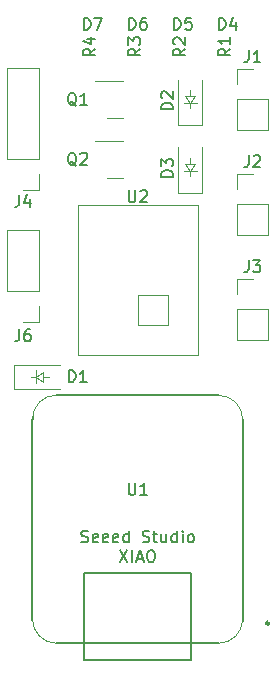
<source format=gbr>
%TF.GenerationSoftware,KiCad,Pcbnew,7.0.9*%
%TF.CreationDate,2025-03-23T17:44:29-04:00*%
%TF.ProjectId,Compact_Control,436f6d70-6163-4745-9f43-6f6e74726f6c,rev?*%
%TF.SameCoordinates,Original*%
%TF.FileFunction,Legend,Top*%
%TF.FilePolarity,Positive*%
%FSLAX46Y46*%
G04 Gerber Fmt 4.6, Leading zero omitted, Abs format (unit mm)*
G04 Created by KiCad (PCBNEW 7.0.9) date 2025-03-23 17:44:29*
%MOMM*%
%LPD*%
G01*
G04 APERTURE LIST*
%ADD10C,0.150000*%
%ADD11C,0.127000*%
%ADD12C,0.120000*%
%ADD13C,0.254000*%
%ADD14C,0.025400*%
%ADD15C,0.100000*%
G04 APERTURE END LIST*
D10*
X11730833Y-41141779D02*
X11730833Y-41951302D01*
X11730833Y-41951302D02*
X11778452Y-42046540D01*
X11778452Y-42046540D02*
X11826071Y-42094160D01*
X11826071Y-42094160D02*
X11921309Y-42141779D01*
X11921309Y-42141779D02*
X12111785Y-42141779D01*
X12111785Y-42141779D02*
X12207023Y-42094160D01*
X12207023Y-42094160D02*
X12254642Y-42046540D01*
X12254642Y-42046540D02*
X12302261Y-41951302D01*
X12302261Y-41951302D02*
X12302261Y-41141779D01*
X13302261Y-42141779D02*
X12730833Y-42141779D01*
X13016547Y-42141779D02*
X13016547Y-41141779D01*
X13016547Y-41141779D02*
X12921309Y-41284636D01*
X12921309Y-41284636D02*
X12826071Y-41379874D01*
X12826071Y-41379874D02*
X12730833Y-41427493D01*
X7730833Y-46134160D02*
X7873690Y-46181779D01*
X7873690Y-46181779D02*
X8111785Y-46181779D01*
X8111785Y-46181779D02*
X8207023Y-46134160D01*
X8207023Y-46134160D02*
X8254642Y-46086540D01*
X8254642Y-46086540D02*
X8302261Y-45991302D01*
X8302261Y-45991302D02*
X8302261Y-45896064D01*
X8302261Y-45896064D02*
X8254642Y-45800826D01*
X8254642Y-45800826D02*
X8207023Y-45753207D01*
X8207023Y-45753207D02*
X8111785Y-45705588D01*
X8111785Y-45705588D02*
X7921309Y-45657969D01*
X7921309Y-45657969D02*
X7826071Y-45610350D01*
X7826071Y-45610350D02*
X7778452Y-45562731D01*
X7778452Y-45562731D02*
X7730833Y-45467493D01*
X7730833Y-45467493D02*
X7730833Y-45372255D01*
X7730833Y-45372255D02*
X7778452Y-45277017D01*
X7778452Y-45277017D02*
X7826071Y-45229398D01*
X7826071Y-45229398D02*
X7921309Y-45181779D01*
X7921309Y-45181779D02*
X8159404Y-45181779D01*
X8159404Y-45181779D02*
X8302261Y-45229398D01*
X9111785Y-46134160D02*
X9016547Y-46181779D01*
X9016547Y-46181779D02*
X8826071Y-46181779D01*
X8826071Y-46181779D02*
X8730833Y-46134160D01*
X8730833Y-46134160D02*
X8683214Y-46038921D01*
X8683214Y-46038921D02*
X8683214Y-45657969D01*
X8683214Y-45657969D02*
X8730833Y-45562731D01*
X8730833Y-45562731D02*
X8826071Y-45515112D01*
X8826071Y-45515112D02*
X9016547Y-45515112D01*
X9016547Y-45515112D02*
X9111785Y-45562731D01*
X9111785Y-45562731D02*
X9159404Y-45657969D01*
X9159404Y-45657969D02*
X9159404Y-45753207D01*
X9159404Y-45753207D02*
X8683214Y-45848445D01*
X9968928Y-46134160D02*
X9873690Y-46181779D01*
X9873690Y-46181779D02*
X9683214Y-46181779D01*
X9683214Y-46181779D02*
X9587976Y-46134160D01*
X9587976Y-46134160D02*
X9540357Y-46038921D01*
X9540357Y-46038921D02*
X9540357Y-45657969D01*
X9540357Y-45657969D02*
X9587976Y-45562731D01*
X9587976Y-45562731D02*
X9683214Y-45515112D01*
X9683214Y-45515112D02*
X9873690Y-45515112D01*
X9873690Y-45515112D02*
X9968928Y-45562731D01*
X9968928Y-45562731D02*
X10016547Y-45657969D01*
X10016547Y-45657969D02*
X10016547Y-45753207D01*
X10016547Y-45753207D02*
X9540357Y-45848445D01*
X10826071Y-46134160D02*
X10730833Y-46181779D01*
X10730833Y-46181779D02*
X10540357Y-46181779D01*
X10540357Y-46181779D02*
X10445119Y-46134160D01*
X10445119Y-46134160D02*
X10397500Y-46038921D01*
X10397500Y-46038921D02*
X10397500Y-45657969D01*
X10397500Y-45657969D02*
X10445119Y-45562731D01*
X10445119Y-45562731D02*
X10540357Y-45515112D01*
X10540357Y-45515112D02*
X10730833Y-45515112D01*
X10730833Y-45515112D02*
X10826071Y-45562731D01*
X10826071Y-45562731D02*
X10873690Y-45657969D01*
X10873690Y-45657969D02*
X10873690Y-45753207D01*
X10873690Y-45753207D02*
X10397500Y-45848445D01*
X11730833Y-46181779D02*
X11730833Y-45181779D01*
X11730833Y-46134160D02*
X11635595Y-46181779D01*
X11635595Y-46181779D02*
X11445119Y-46181779D01*
X11445119Y-46181779D02*
X11349881Y-46134160D01*
X11349881Y-46134160D02*
X11302262Y-46086540D01*
X11302262Y-46086540D02*
X11254643Y-45991302D01*
X11254643Y-45991302D02*
X11254643Y-45705588D01*
X11254643Y-45705588D02*
X11302262Y-45610350D01*
X11302262Y-45610350D02*
X11349881Y-45562731D01*
X11349881Y-45562731D02*
X11445119Y-45515112D01*
X11445119Y-45515112D02*
X11635595Y-45515112D01*
X11635595Y-45515112D02*
X11730833Y-45562731D01*
X12921310Y-46134160D02*
X13064167Y-46181779D01*
X13064167Y-46181779D02*
X13302262Y-46181779D01*
X13302262Y-46181779D02*
X13397500Y-46134160D01*
X13397500Y-46134160D02*
X13445119Y-46086540D01*
X13445119Y-46086540D02*
X13492738Y-45991302D01*
X13492738Y-45991302D02*
X13492738Y-45896064D01*
X13492738Y-45896064D02*
X13445119Y-45800826D01*
X13445119Y-45800826D02*
X13397500Y-45753207D01*
X13397500Y-45753207D02*
X13302262Y-45705588D01*
X13302262Y-45705588D02*
X13111786Y-45657969D01*
X13111786Y-45657969D02*
X13016548Y-45610350D01*
X13016548Y-45610350D02*
X12968929Y-45562731D01*
X12968929Y-45562731D02*
X12921310Y-45467493D01*
X12921310Y-45467493D02*
X12921310Y-45372255D01*
X12921310Y-45372255D02*
X12968929Y-45277017D01*
X12968929Y-45277017D02*
X13016548Y-45229398D01*
X13016548Y-45229398D02*
X13111786Y-45181779D01*
X13111786Y-45181779D02*
X13349881Y-45181779D01*
X13349881Y-45181779D02*
X13492738Y-45229398D01*
X13778453Y-45515112D02*
X14159405Y-45515112D01*
X13921310Y-45181779D02*
X13921310Y-46038921D01*
X13921310Y-46038921D02*
X13968929Y-46134160D01*
X13968929Y-46134160D02*
X14064167Y-46181779D01*
X14064167Y-46181779D02*
X14159405Y-46181779D01*
X14921310Y-45515112D02*
X14921310Y-46181779D01*
X14492739Y-45515112D02*
X14492739Y-46038921D01*
X14492739Y-46038921D02*
X14540358Y-46134160D01*
X14540358Y-46134160D02*
X14635596Y-46181779D01*
X14635596Y-46181779D02*
X14778453Y-46181779D01*
X14778453Y-46181779D02*
X14873691Y-46134160D01*
X14873691Y-46134160D02*
X14921310Y-46086540D01*
X15826072Y-46181779D02*
X15826072Y-45181779D01*
X15826072Y-46134160D02*
X15730834Y-46181779D01*
X15730834Y-46181779D02*
X15540358Y-46181779D01*
X15540358Y-46181779D02*
X15445120Y-46134160D01*
X15445120Y-46134160D02*
X15397501Y-46086540D01*
X15397501Y-46086540D02*
X15349882Y-45991302D01*
X15349882Y-45991302D02*
X15349882Y-45705588D01*
X15349882Y-45705588D02*
X15397501Y-45610350D01*
X15397501Y-45610350D02*
X15445120Y-45562731D01*
X15445120Y-45562731D02*
X15540358Y-45515112D01*
X15540358Y-45515112D02*
X15730834Y-45515112D01*
X15730834Y-45515112D02*
X15826072Y-45562731D01*
X16302263Y-46181779D02*
X16302263Y-45515112D01*
X16302263Y-45181779D02*
X16254644Y-45229398D01*
X16254644Y-45229398D02*
X16302263Y-45277017D01*
X16302263Y-45277017D02*
X16349882Y-45229398D01*
X16349882Y-45229398D02*
X16302263Y-45181779D01*
X16302263Y-45181779D02*
X16302263Y-45277017D01*
X16921310Y-46181779D02*
X16826072Y-46134160D01*
X16826072Y-46134160D02*
X16778453Y-46086540D01*
X16778453Y-46086540D02*
X16730834Y-45991302D01*
X16730834Y-45991302D02*
X16730834Y-45705588D01*
X16730834Y-45705588D02*
X16778453Y-45610350D01*
X16778453Y-45610350D02*
X16826072Y-45562731D01*
X16826072Y-45562731D02*
X16921310Y-45515112D01*
X16921310Y-45515112D02*
X17064167Y-45515112D01*
X17064167Y-45515112D02*
X17159405Y-45562731D01*
X17159405Y-45562731D02*
X17207024Y-45610350D01*
X17207024Y-45610350D02*
X17254643Y-45705588D01*
X17254643Y-45705588D02*
X17254643Y-45991302D01*
X17254643Y-45991302D02*
X17207024Y-46086540D01*
X17207024Y-46086540D02*
X17159405Y-46134160D01*
X17159405Y-46134160D02*
X17064167Y-46181779D01*
X17064167Y-46181779D02*
X16921310Y-46181779D01*
X10963929Y-46856779D02*
X11630595Y-47856779D01*
X11630595Y-46856779D02*
X10963929Y-47856779D01*
X12011548Y-47856779D02*
X12011548Y-46856779D01*
X12440119Y-47571064D02*
X12916309Y-47571064D01*
X12344881Y-47856779D02*
X12678214Y-46856779D01*
X12678214Y-46856779D02*
X13011547Y-47856779D01*
X13535357Y-46856779D02*
X13725833Y-46856779D01*
X13725833Y-46856779D02*
X13821071Y-46904398D01*
X13821071Y-46904398D02*
X13916309Y-46999636D01*
X13916309Y-46999636D02*
X13963928Y-47190112D01*
X13963928Y-47190112D02*
X13963928Y-47523445D01*
X13963928Y-47523445D02*
X13916309Y-47713921D01*
X13916309Y-47713921D02*
X13821071Y-47809160D01*
X13821071Y-47809160D02*
X13725833Y-47856779D01*
X13725833Y-47856779D02*
X13535357Y-47856779D01*
X13535357Y-47856779D02*
X13440119Y-47809160D01*
X13440119Y-47809160D02*
X13344881Y-47713921D01*
X13344881Y-47713921D02*
X13297262Y-47523445D01*
X13297262Y-47523445D02*
X13297262Y-47190112D01*
X13297262Y-47190112D02*
X13344881Y-46999636D01*
X13344881Y-46999636D02*
X13440119Y-46904398D01*
X13440119Y-46904398D02*
X13535357Y-46856779D01*
X11749643Y-2771779D02*
X11749643Y-1771779D01*
X11749643Y-1771779D02*
X11987738Y-1771779D01*
X11987738Y-1771779D02*
X12130595Y-1819398D01*
X12130595Y-1819398D02*
X12225833Y-1914636D01*
X12225833Y-1914636D02*
X12273452Y-2009874D01*
X12273452Y-2009874D02*
X12321071Y-2200350D01*
X12321071Y-2200350D02*
X12321071Y-2343207D01*
X12321071Y-2343207D02*
X12273452Y-2533683D01*
X12273452Y-2533683D02*
X12225833Y-2628921D01*
X12225833Y-2628921D02*
X12130595Y-2724160D01*
X12130595Y-2724160D02*
X11987738Y-2771779D01*
X11987738Y-2771779D02*
X11749643Y-2771779D01*
X13178214Y-1771779D02*
X12987738Y-1771779D01*
X12987738Y-1771779D02*
X12892500Y-1819398D01*
X12892500Y-1819398D02*
X12844881Y-1867017D01*
X12844881Y-1867017D02*
X12749643Y-2009874D01*
X12749643Y-2009874D02*
X12702024Y-2200350D01*
X12702024Y-2200350D02*
X12702024Y-2581302D01*
X12702024Y-2581302D02*
X12749643Y-2676540D01*
X12749643Y-2676540D02*
X12797262Y-2724160D01*
X12797262Y-2724160D02*
X12892500Y-2771779D01*
X12892500Y-2771779D02*
X13082976Y-2771779D01*
X13082976Y-2771779D02*
X13178214Y-2724160D01*
X13178214Y-2724160D02*
X13225833Y-2676540D01*
X13225833Y-2676540D02*
X13273452Y-2581302D01*
X13273452Y-2581302D02*
X13273452Y-2343207D01*
X13273452Y-2343207D02*
X13225833Y-2247969D01*
X13225833Y-2247969D02*
X13178214Y-2200350D01*
X13178214Y-2200350D02*
X13082976Y-2152731D01*
X13082976Y-2152731D02*
X12892500Y-2152731D01*
X12892500Y-2152731D02*
X12797262Y-2200350D01*
X12797262Y-2200350D02*
X12749643Y-2247969D01*
X12749643Y-2247969D02*
X12702024Y-2343207D01*
X2460666Y-28156819D02*
X2460666Y-28871104D01*
X2460666Y-28871104D02*
X2413047Y-29013961D01*
X2413047Y-29013961D02*
X2317809Y-29109200D01*
X2317809Y-29109200D02*
X2174952Y-29156819D01*
X2174952Y-29156819D02*
X2079714Y-29156819D01*
X3365428Y-28156819D02*
X3174952Y-28156819D01*
X3174952Y-28156819D02*
X3079714Y-28204438D01*
X3079714Y-28204438D02*
X3032095Y-28252057D01*
X3032095Y-28252057D02*
X2936857Y-28394914D01*
X2936857Y-28394914D02*
X2889238Y-28585390D01*
X2889238Y-28585390D02*
X2889238Y-28966342D01*
X2889238Y-28966342D02*
X2936857Y-29061580D01*
X2936857Y-29061580D02*
X2984476Y-29109200D01*
X2984476Y-29109200D02*
X3079714Y-29156819D01*
X3079714Y-29156819D02*
X3270190Y-29156819D01*
X3270190Y-29156819D02*
X3365428Y-29109200D01*
X3365428Y-29109200D02*
X3413047Y-29061580D01*
X3413047Y-29061580D02*
X3460666Y-28966342D01*
X3460666Y-28966342D02*
X3460666Y-28728247D01*
X3460666Y-28728247D02*
X3413047Y-28633009D01*
X3413047Y-28633009D02*
X3365428Y-28585390D01*
X3365428Y-28585390D02*
X3270190Y-28537771D01*
X3270190Y-28537771D02*
X3079714Y-28537771D01*
X3079714Y-28537771D02*
X2984476Y-28585390D01*
X2984476Y-28585390D02*
X2936857Y-28633009D01*
X2936857Y-28633009D02*
X2889238Y-28728247D01*
X19369643Y-2771779D02*
X19369643Y-1771779D01*
X19369643Y-1771779D02*
X19607738Y-1771779D01*
X19607738Y-1771779D02*
X19750595Y-1819398D01*
X19750595Y-1819398D02*
X19845833Y-1914636D01*
X19845833Y-1914636D02*
X19893452Y-2009874D01*
X19893452Y-2009874D02*
X19941071Y-2200350D01*
X19941071Y-2200350D02*
X19941071Y-2343207D01*
X19941071Y-2343207D02*
X19893452Y-2533683D01*
X19893452Y-2533683D02*
X19845833Y-2628921D01*
X19845833Y-2628921D02*
X19750595Y-2724160D01*
X19750595Y-2724160D02*
X19607738Y-2771779D01*
X19607738Y-2771779D02*
X19369643Y-2771779D01*
X20798214Y-2105112D02*
X20798214Y-2771779D01*
X20560119Y-1724160D02*
X20322024Y-2438445D01*
X20322024Y-2438445D02*
X20941071Y-2438445D01*
X7312499Y-14297017D02*
X7217261Y-14249398D01*
X7217261Y-14249398D02*
X7122023Y-14154160D01*
X7122023Y-14154160D02*
X6979166Y-14011302D01*
X6979166Y-14011302D02*
X6883928Y-13963683D01*
X6883928Y-13963683D02*
X6788690Y-13963683D01*
X6836309Y-14201779D02*
X6741071Y-14154160D01*
X6741071Y-14154160D02*
X6645833Y-14058921D01*
X6645833Y-14058921D02*
X6598214Y-13868445D01*
X6598214Y-13868445D02*
X6598214Y-13535112D01*
X6598214Y-13535112D02*
X6645833Y-13344636D01*
X6645833Y-13344636D02*
X6741071Y-13249398D01*
X6741071Y-13249398D02*
X6836309Y-13201779D01*
X6836309Y-13201779D02*
X7026785Y-13201779D01*
X7026785Y-13201779D02*
X7122023Y-13249398D01*
X7122023Y-13249398D02*
X7217261Y-13344636D01*
X7217261Y-13344636D02*
X7264880Y-13535112D01*
X7264880Y-13535112D02*
X7264880Y-13868445D01*
X7264880Y-13868445D02*
X7217261Y-14058921D01*
X7217261Y-14058921D02*
X7122023Y-14154160D01*
X7122023Y-14154160D02*
X7026785Y-14201779D01*
X7026785Y-14201779D02*
X6836309Y-14201779D01*
X7645833Y-13297017D02*
X7693452Y-13249398D01*
X7693452Y-13249398D02*
X7788690Y-13201779D01*
X7788690Y-13201779D02*
X8026785Y-13201779D01*
X8026785Y-13201779D02*
X8122023Y-13249398D01*
X8122023Y-13249398D02*
X8169642Y-13297017D01*
X8169642Y-13297017D02*
X8217261Y-13392255D01*
X8217261Y-13392255D02*
X8217261Y-13487493D01*
X8217261Y-13487493D02*
X8169642Y-13630350D01*
X8169642Y-13630350D02*
X7598214Y-14201779D01*
X7598214Y-14201779D02*
X8217261Y-14201779D01*
X2460666Y-16770819D02*
X2460666Y-17485104D01*
X2460666Y-17485104D02*
X2413047Y-17627961D01*
X2413047Y-17627961D02*
X2317809Y-17723200D01*
X2317809Y-17723200D02*
X2174952Y-17770819D01*
X2174952Y-17770819D02*
X2079714Y-17770819D01*
X3365428Y-17104152D02*
X3365428Y-17770819D01*
X3127333Y-16723200D02*
X2889238Y-17437485D01*
X2889238Y-17437485D02*
X3508285Y-17437485D01*
X21891666Y-22301779D02*
X21891666Y-23016064D01*
X21891666Y-23016064D02*
X21844047Y-23158921D01*
X21844047Y-23158921D02*
X21748809Y-23254160D01*
X21748809Y-23254160D02*
X21605952Y-23301779D01*
X21605952Y-23301779D02*
X21510714Y-23301779D01*
X22272619Y-22301779D02*
X22891666Y-22301779D01*
X22891666Y-22301779D02*
X22558333Y-22682731D01*
X22558333Y-22682731D02*
X22701190Y-22682731D01*
X22701190Y-22682731D02*
X22796428Y-22730350D01*
X22796428Y-22730350D02*
X22844047Y-22777969D01*
X22844047Y-22777969D02*
X22891666Y-22873207D01*
X22891666Y-22873207D02*
X22891666Y-23111302D01*
X22891666Y-23111302D02*
X22844047Y-23206540D01*
X22844047Y-23206540D02*
X22796428Y-23254160D01*
X22796428Y-23254160D02*
X22701190Y-23301779D01*
X22701190Y-23301779D02*
X22415476Y-23301779D01*
X22415476Y-23301779D02*
X22320238Y-23254160D01*
X22320238Y-23254160D02*
X22272619Y-23206540D01*
X21891666Y-4521779D02*
X21891666Y-5236064D01*
X21891666Y-5236064D02*
X21844047Y-5378921D01*
X21844047Y-5378921D02*
X21748809Y-5474160D01*
X21748809Y-5474160D02*
X21605952Y-5521779D01*
X21605952Y-5521779D02*
X21510714Y-5521779D01*
X22891666Y-5521779D02*
X22320238Y-5521779D01*
X22605952Y-5521779D02*
X22605952Y-4521779D01*
X22605952Y-4521779D02*
X22510714Y-4664636D01*
X22510714Y-4664636D02*
X22415476Y-4759874D01*
X22415476Y-4759874D02*
X22320238Y-4807493D01*
X8912557Y-4388626D02*
X8436366Y-4721959D01*
X8912557Y-4960054D02*
X7912557Y-4960054D01*
X7912557Y-4960054D02*
X7912557Y-4579102D01*
X7912557Y-4579102D02*
X7960176Y-4483864D01*
X7960176Y-4483864D02*
X8007795Y-4436245D01*
X8007795Y-4436245D02*
X8103033Y-4388626D01*
X8103033Y-4388626D02*
X8245890Y-4388626D01*
X8245890Y-4388626D02*
X8341128Y-4436245D01*
X8341128Y-4436245D02*
X8388747Y-4483864D01*
X8388747Y-4483864D02*
X8436366Y-4579102D01*
X8436366Y-4579102D02*
X8436366Y-4960054D01*
X8245890Y-3531483D02*
X8912557Y-3531483D01*
X7864938Y-3769578D02*
X8579223Y-4007673D01*
X8579223Y-4007673D02*
X8579223Y-3388626D01*
X7312499Y-9217017D02*
X7217261Y-9169398D01*
X7217261Y-9169398D02*
X7122023Y-9074160D01*
X7122023Y-9074160D02*
X6979166Y-8931302D01*
X6979166Y-8931302D02*
X6883928Y-8883683D01*
X6883928Y-8883683D02*
X6788690Y-8883683D01*
X6836309Y-9121779D02*
X6741071Y-9074160D01*
X6741071Y-9074160D02*
X6645833Y-8978921D01*
X6645833Y-8978921D02*
X6598214Y-8788445D01*
X6598214Y-8788445D02*
X6598214Y-8455112D01*
X6598214Y-8455112D02*
X6645833Y-8264636D01*
X6645833Y-8264636D02*
X6741071Y-8169398D01*
X6741071Y-8169398D02*
X6836309Y-8121779D01*
X6836309Y-8121779D02*
X7026785Y-8121779D01*
X7026785Y-8121779D02*
X7122023Y-8169398D01*
X7122023Y-8169398D02*
X7217261Y-8264636D01*
X7217261Y-8264636D02*
X7264880Y-8455112D01*
X7264880Y-8455112D02*
X7264880Y-8788445D01*
X7264880Y-8788445D02*
X7217261Y-8978921D01*
X7217261Y-8978921D02*
X7122023Y-9074160D01*
X7122023Y-9074160D02*
X7026785Y-9121779D01*
X7026785Y-9121779D02*
X6836309Y-9121779D01*
X8217261Y-9121779D02*
X7645833Y-9121779D01*
X7931547Y-9121779D02*
X7931547Y-8121779D01*
X7931547Y-8121779D02*
X7836309Y-8264636D01*
X7836309Y-8264636D02*
X7741071Y-8359874D01*
X7741071Y-8359874D02*
X7645833Y-8407493D01*
X11725833Y-16376779D02*
X11725833Y-17186302D01*
X11725833Y-17186302D02*
X11773452Y-17281540D01*
X11773452Y-17281540D02*
X11821071Y-17329160D01*
X11821071Y-17329160D02*
X11916309Y-17376779D01*
X11916309Y-17376779D02*
X12106785Y-17376779D01*
X12106785Y-17376779D02*
X12202023Y-17329160D01*
X12202023Y-17329160D02*
X12249642Y-17281540D01*
X12249642Y-17281540D02*
X12297261Y-17186302D01*
X12297261Y-17186302D02*
X12297261Y-16376779D01*
X12725833Y-16472017D02*
X12773452Y-16424398D01*
X12773452Y-16424398D02*
X12868690Y-16376779D01*
X12868690Y-16376779D02*
X13106785Y-16376779D01*
X13106785Y-16376779D02*
X13202023Y-16424398D01*
X13202023Y-16424398D02*
X13249642Y-16472017D01*
X13249642Y-16472017D02*
X13297261Y-16567255D01*
X13297261Y-16567255D02*
X13297261Y-16662493D01*
X13297261Y-16662493D02*
X13249642Y-16805350D01*
X13249642Y-16805350D02*
X12678214Y-17376779D01*
X12678214Y-17376779D02*
X13297261Y-17376779D01*
X20342557Y-4388626D02*
X19866366Y-4721959D01*
X20342557Y-4960054D02*
X19342557Y-4960054D01*
X19342557Y-4960054D02*
X19342557Y-4579102D01*
X19342557Y-4579102D02*
X19390176Y-4483864D01*
X19390176Y-4483864D02*
X19437795Y-4436245D01*
X19437795Y-4436245D02*
X19533033Y-4388626D01*
X19533033Y-4388626D02*
X19675890Y-4388626D01*
X19675890Y-4388626D02*
X19771128Y-4436245D01*
X19771128Y-4436245D02*
X19818747Y-4483864D01*
X19818747Y-4483864D02*
X19866366Y-4579102D01*
X19866366Y-4579102D02*
X19866366Y-4960054D01*
X20342557Y-3436245D02*
X20342557Y-4007673D01*
X20342557Y-3721959D02*
X19342557Y-3721959D01*
X19342557Y-3721959D02*
X19485414Y-3817197D01*
X19485414Y-3817197D02*
X19580652Y-3912435D01*
X19580652Y-3912435D02*
X19628271Y-4007673D01*
X6669643Y-32616779D02*
X6669643Y-31616779D01*
X6669643Y-31616779D02*
X6907738Y-31616779D01*
X6907738Y-31616779D02*
X7050595Y-31664398D01*
X7050595Y-31664398D02*
X7145833Y-31759636D01*
X7145833Y-31759636D02*
X7193452Y-31854874D01*
X7193452Y-31854874D02*
X7241071Y-32045350D01*
X7241071Y-32045350D02*
X7241071Y-32188207D01*
X7241071Y-32188207D02*
X7193452Y-32378683D01*
X7193452Y-32378683D02*
X7145833Y-32473921D01*
X7145833Y-32473921D02*
X7050595Y-32569160D01*
X7050595Y-32569160D02*
X6907738Y-32616779D01*
X6907738Y-32616779D02*
X6669643Y-32616779D01*
X8193452Y-32616779D02*
X7622024Y-32616779D01*
X7907738Y-32616779D02*
X7907738Y-31616779D01*
X7907738Y-31616779D02*
X7812500Y-31759636D01*
X7812500Y-31759636D02*
X7717262Y-31854874D01*
X7717262Y-31854874D02*
X7622024Y-31902493D01*
X12722557Y-4388626D02*
X12246366Y-4721959D01*
X12722557Y-4960054D02*
X11722557Y-4960054D01*
X11722557Y-4960054D02*
X11722557Y-4579102D01*
X11722557Y-4579102D02*
X11770176Y-4483864D01*
X11770176Y-4483864D02*
X11817795Y-4436245D01*
X11817795Y-4436245D02*
X11913033Y-4388626D01*
X11913033Y-4388626D02*
X12055890Y-4388626D01*
X12055890Y-4388626D02*
X12151128Y-4436245D01*
X12151128Y-4436245D02*
X12198747Y-4483864D01*
X12198747Y-4483864D02*
X12246366Y-4579102D01*
X12246366Y-4579102D02*
X12246366Y-4960054D01*
X11722557Y-4055292D02*
X11722557Y-3436245D01*
X11722557Y-3436245D02*
X12103509Y-3769578D01*
X12103509Y-3769578D02*
X12103509Y-3626721D01*
X12103509Y-3626721D02*
X12151128Y-3531483D01*
X12151128Y-3531483D02*
X12198747Y-3483864D01*
X12198747Y-3483864D02*
X12293985Y-3436245D01*
X12293985Y-3436245D02*
X12532080Y-3436245D01*
X12532080Y-3436245D02*
X12627318Y-3483864D01*
X12627318Y-3483864D02*
X12674938Y-3531483D01*
X12674938Y-3531483D02*
X12722557Y-3626721D01*
X12722557Y-3626721D02*
X12722557Y-3912435D01*
X12722557Y-3912435D02*
X12674938Y-4007673D01*
X12674938Y-4007673D02*
X12627318Y-4055292D01*
X15482557Y-9532054D02*
X14482557Y-9532054D01*
X14482557Y-9532054D02*
X14482557Y-9293959D01*
X14482557Y-9293959D02*
X14530176Y-9151102D01*
X14530176Y-9151102D02*
X14625414Y-9055864D01*
X14625414Y-9055864D02*
X14720652Y-9008245D01*
X14720652Y-9008245D02*
X14911128Y-8960626D01*
X14911128Y-8960626D02*
X15053985Y-8960626D01*
X15053985Y-8960626D02*
X15244461Y-9008245D01*
X15244461Y-9008245D02*
X15339699Y-9055864D01*
X15339699Y-9055864D02*
X15434938Y-9151102D01*
X15434938Y-9151102D02*
X15482557Y-9293959D01*
X15482557Y-9293959D02*
X15482557Y-9532054D01*
X14577795Y-8579673D02*
X14530176Y-8532054D01*
X14530176Y-8532054D02*
X14482557Y-8436816D01*
X14482557Y-8436816D02*
X14482557Y-8198721D01*
X14482557Y-8198721D02*
X14530176Y-8103483D01*
X14530176Y-8103483D02*
X14577795Y-8055864D01*
X14577795Y-8055864D02*
X14673033Y-8008245D01*
X14673033Y-8008245D02*
X14768271Y-8008245D01*
X14768271Y-8008245D02*
X14911128Y-8055864D01*
X14911128Y-8055864D02*
X15482557Y-8627292D01*
X15482557Y-8627292D02*
X15482557Y-8008245D01*
X15482557Y-15247054D02*
X14482557Y-15247054D01*
X14482557Y-15247054D02*
X14482557Y-15008959D01*
X14482557Y-15008959D02*
X14530176Y-14866102D01*
X14530176Y-14866102D02*
X14625414Y-14770864D01*
X14625414Y-14770864D02*
X14720652Y-14723245D01*
X14720652Y-14723245D02*
X14911128Y-14675626D01*
X14911128Y-14675626D02*
X15053985Y-14675626D01*
X15053985Y-14675626D02*
X15244461Y-14723245D01*
X15244461Y-14723245D02*
X15339699Y-14770864D01*
X15339699Y-14770864D02*
X15434938Y-14866102D01*
X15434938Y-14866102D02*
X15482557Y-15008959D01*
X15482557Y-15008959D02*
X15482557Y-15247054D01*
X14482557Y-14342292D02*
X14482557Y-13723245D01*
X14482557Y-13723245D02*
X14863509Y-14056578D01*
X14863509Y-14056578D02*
X14863509Y-13913721D01*
X14863509Y-13913721D02*
X14911128Y-13818483D01*
X14911128Y-13818483D02*
X14958747Y-13770864D01*
X14958747Y-13770864D02*
X15053985Y-13723245D01*
X15053985Y-13723245D02*
X15292080Y-13723245D01*
X15292080Y-13723245D02*
X15387318Y-13770864D01*
X15387318Y-13770864D02*
X15434938Y-13818483D01*
X15434938Y-13818483D02*
X15482557Y-13913721D01*
X15482557Y-13913721D02*
X15482557Y-14199435D01*
X15482557Y-14199435D02*
X15434938Y-14294673D01*
X15434938Y-14294673D02*
X15387318Y-14342292D01*
X16532557Y-4388626D02*
X16056366Y-4721959D01*
X16532557Y-4960054D02*
X15532557Y-4960054D01*
X15532557Y-4960054D02*
X15532557Y-4579102D01*
X15532557Y-4579102D02*
X15580176Y-4483864D01*
X15580176Y-4483864D02*
X15627795Y-4436245D01*
X15627795Y-4436245D02*
X15723033Y-4388626D01*
X15723033Y-4388626D02*
X15865890Y-4388626D01*
X15865890Y-4388626D02*
X15961128Y-4436245D01*
X15961128Y-4436245D02*
X16008747Y-4483864D01*
X16008747Y-4483864D02*
X16056366Y-4579102D01*
X16056366Y-4579102D02*
X16056366Y-4960054D01*
X15627795Y-4007673D02*
X15580176Y-3960054D01*
X15580176Y-3960054D02*
X15532557Y-3864816D01*
X15532557Y-3864816D02*
X15532557Y-3626721D01*
X15532557Y-3626721D02*
X15580176Y-3531483D01*
X15580176Y-3531483D02*
X15627795Y-3483864D01*
X15627795Y-3483864D02*
X15723033Y-3436245D01*
X15723033Y-3436245D02*
X15818271Y-3436245D01*
X15818271Y-3436245D02*
X15961128Y-3483864D01*
X15961128Y-3483864D02*
X16532557Y-4055292D01*
X16532557Y-4055292D02*
X16532557Y-3436245D01*
X15559643Y-2771779D02*
X15559643Y-1771779D01*
X15559643Y-1771779D02*
X15797738Y-1771779D01*
X15797738Y-1771779D02*
X15940595Y-1819398D01*
X15940595Y-1819398D02*
X16035833Y-1914636D01*
X16035833Y-1914636D02*
X16083452Y-2009874D01*
X16083452Y-2009874D02*
X16131071Y-2200350D01*
X16131071Y-2200350D02*
X16131071Y-2343207D01*
X16131071Y-2343207D02*
X16083452Y-2533683D01*
X16083452Y-2533683D02*
X16035833Y-2628921D01*
X16035833Y-2628921D02*
X15940595Y-2724160D01*
X15940595Y-2724160D02*
X15797738Y-2771779D01*
X15797738Y-2771779D02*
X15559643Y-2771779D01*
X17035833Y-1771779D02*
X16559643Y-1771779D01*
X16559643Y-1771779D02*
X16512024Y-2247969D01*
X16512024Y-2247969D02*
X16559643Y-2200350D01*
X16559643Y-2200350D02*
X16654881Y-2152731D01*
X16654881Y-2152731D02*
X16892976Y-2152731D01*
X16892976Y-2152731D02*
X16988214Y-2200350D01*
X16988214Y-2200350D02*
X17035833Y-2247969D01*
X17035833Y-2247969D02*
X17083452Y-2343207D01*
X17083452Y-2343207D02*
X17083452Y-2581302D01*
X17083452Y-2581302D02*
X17035833Y-2676540D01*
X17035833Y-2676540D02*
X16988214Y-2724160D01*
X16988214Y-2724160D02*
X16892976Y-2771779D01*
X16892976Y-2771779D02*
X16654881Y-2771779D01*
X16654881Y-2771779D02*
X16559643Y-2724160D01*
X16559643Y-2724160D02*
X16512024Y-2676540D01*
X21891666Y-13411779D02*
X21891666Y-14126064D01*
X21891666Y-14126064D02*
X21844047Y-14268921D01*
X21844047Y-14268921D02*
X21748809Y-14364160D01*
X21748809Y-14364160D02*
X21605952Y-14411779D01*
X21605952Y-14411779D02*
X21510714Y-14411779D01*
X22320238Y-13507017D02*
X22367857Y-13459398D01*
X22367857Y-13459398D02*
X22463095Y-13411779D01*
X22463095Y-13411779D02*
X22701190Y-13411779D01*
X22701190Y-13411779D02*
X22796428Y-13459398D01*
X22796428Y-13459398D02*
X22844047Y-13507017D01*
X22844047Y-13507017D02*
X22891666Y-13602255D01*
X22891666Y-13602255D02*
X22891666Y-13697493D01*
X22891666Y-13697493D02*
X22844047Y-13840350D01*
X22844047Y-13840350D02*
X22272619Y-14411779D01*
X22272619Y-14411779D02*
X22891666Y-14411779D01*
X7939643Y-2771779D02*
X7939643Y-1771779D01*
X7939643Y-1771779D02*
X8177738Y-1771779D01*
X8177738Y-1771779D02*
X8320595Y-1819398D01*
X8320595Y-1819398D02*
X8415833Y-1914636D01*
X8415833Y-1914636D02*
X8463452Y-2009874D01*
X8463452Y-2009874D02*
X8511071Y-2200350D01*
X8511071Y-2200350D02*
X8511071Y-2343207D01*
X8511071Y-2343207D02*
X8463452Y-2533683D01*
X8463452Y-2533683D02*
X8415833Y-2628921D01*
X8415833Y-2628921D02*
X8320595Y-2724160D01*
X8320595Y-2724160D02*
X8177738Y-2771779D01*
X8177738Y-2771779D02*
X7939643Y-2771779D01*
X8844405Y-1771779D02*
X9511071Y-1771779D01*
X9511071Y-1771779D02*
X9082500Y-2771779D01*
D11*
%TO.C,U1*%
X21392738Y-52726960D02*
X21392738Y-35726960D01*
X19392738Y-33726960D02*
X5592738Y-33726960D01*
X16992738Y-56150990D02*
X7992738Y-56150990D01*
X16992738Y-48797690D02*
X16992738Y-56150990D01*
X7992738Y-56150990D02*
X7992738Y-48797690D01*
X7992738Y-48797690D02*
X16992738Y-48797690D01*
X5592738Y-54726050D02*
X19392738Y-54726050D01*
X3592738Y-35726960D02*
X3592738Y-52726960D01*
D12*
X19392738Y-54726959D02*
G75*
G03*
X21392737Y-52726960I-44612J2044611D01*
G01*
X21392737Y-35726960D02*
G75*
G03*
X19392738Y-33726961I-2044856J-44857D01*
G01*
X3592739Y-52726960D02*
G75*
G03*
X5592738Y-54726959I2044609J44610D01*
G01*
X5592738Y-33726960D02*
G75*
G03*
X3592738Y-35726960I0J-2000000D01*
G01*
D13*
X23619738Y-53026960D02*
G75*
G03*
X23619738Y-53026960I-127000J0D01*
G01*
D14*
X21377405Y-52837433D02*
X21373341Y-52886454D01*
X21380453Y-52788665D01*
X21377405Y-52837433D01*
X3603246Y-35705386D02*
X3605025Y-35656110D01*
X3608073Y-35607342D01*
X3612137Y-35558321D01*
X3617470Y-35509553D01*
X3624074Y-35460785D01*
X3631694Y-35412270D01*
X3640585Y-35364010D01*
X3650490Y-35316005D01*
X3603246Y-35705386D01*
D15*
%TO.C,D6*%
X9800238Y-1681960D02*
G75*
G03*
X9800238Y-1681960I-50000J0D01*
G01*
D12*
%TO.C,J6*%
X4124000Y-27492000D02*
X2794000Y-27492000D01*
X4124000Y-26162000D02*
X4124000Y-27492000D01*
X4124000Y-24892000D02*
X4124000Y-19752000D01*
X4124000Y-24892000D02*
X1464000Y-24892000D01*
X4124000Y-19752000D02*
X1464000Y-19752000D01*
X1464000Y-24892000D02*
X1464000Y-19752000D01*
D15*
%TO.C,D4*%
X17420238Y-1681960D02*
G75*
G03*
X17420238Y-1681960I-50000J0D01*
G01*
D12*
%TO.C,Q2*%
X10582738Y-12186960D02*
X8907738Y-12186960D01*
X10582738Y-12186960D02*
X11232738Y-12186960D01*
X10582738Y-15306960D02*
X9932738Y-15306960D01*
X10582738Y-15306960D02*
X11232738Y-15306960D01*
%TO.C,J4*%
X4124000Y-16316000D02*
X2794000Y-16316000D01*
X4124000Y-14986000D02*
X4124000Y-16316000D01*
X4124000Y-13716000D02*
X4124000Y-6036000D01*
X4124000Y-13716000D02*
X1464000Y-13716000D01*
X4124000Y-6036000D02*
X1464000Y-6036000D01*
X1464000Y-13716000D02*
X1464000Y-6036000D01*
%TO.C,J3*%
X20895000Y-23846960D02*
X22225000Y-23846960D01*
X20895000Y-25176960D02*
X20895000Y-23846960D01*
X20895000Y-26446960D02*
X20895000Y-29046960D01*
X20895000Y-26446960D02*
X23555000Y-26446960D01*
X20895000Y-29046960D02*
X23555000Y-29046960D01*
X23555000Y-26446960D02*
X23555000Y-29046960D01*
%TO.C,J1*%
X20895000Y-6066960D02*
X22225000Y-6066960D01*
X20895000Y-7396960D02*
X20895000Y-6066960D01*
X20895000Y-8666960D02*
X20895000Y-11266960D01*
X20895000Y-8666960D02*
X23555000Y-8666960D01*
X20895000Y-11266960D02*
X23555000Y-11266960D01*
X23555000Y-8666960D02*
X23555000Y-11266960D01*
%TO.C,Q1*%
X10582738Y-7106960D02*
X8907738Y-7106960D01*
X10582738Y-7106960D02*
X11232738Y-7106960D01*
X10582738Y-10226960D02*
X9932738Y-10226960D01*
X10582738Y-10226960D02*
X11232738Y-10226960D01*
D15*
%TO.C,U2*%
X12487738Y-25276960D02*
X15027738Y-25276960D01*
X15027738Y-25276960D02*
X15027738Y-27816960D01*
X15027738Y-27816960D02*
X12487738Y-27816960D01*
X12487738Y-27816960D02*
X12487738Y-25276960D01*
X17567738Y-30356960D02*
X7407738Y-30356960D01*
X7407738Y-30356960D02*
X7407738Y-17656960D01*
X7407738Y-17656960D02*
X17567738Y-17656960D01*
X17567738Y-17656960D02*
X17567738Y-30356960D01*
D12*
%TO.C,D1*%
X2022738Y-31161960D02*
X2022738Y-33161960D01*
X2022738Y-31161960D02*
X5882738Y-31161960D01*
X2022738Y-33161960D02*
X5882738Y-33161960D01*
D15*
X3482738Y-32161960D02*
X3882738Y-32161960D01*
X3882738Y-32161960D02*
X3882738Y-31611960D01*
X3882738Y-32161960D02*
X3882738Y-32711960D01*
X3882738Y-32161960D02*
X4482738Y-31761960D01*
X4482738Y-31761960D02*
X4482738Y-32561960D01*
X4482738Y-32161960D02*
X4982738Y-32161960D01*
X4482738Y-32561960D02*
X3882738Y-32161960D01*
D12*
%TO.C,D2*%
X15932738Y-10876960D02*
X17932738Y-10876960D01*
X15932738Y-10876960D02*
X15932738Y-7016960D01*
X17932738Y-10876960D02*
X17932738Y-7016960D01*
D15*
X16932738Y-9416960D02*
X16932738Y-9016960D01*
X16932738Y-9016960D02*
X16382738Y-9016960D01*
X16932738Y-9016960D02*
X17482738Y-9016960D01*
X16932738Y-9016960D02*
X16532738Y-8416960D01*
X16532738Y-8416960D02*
X17332738Y-8416960D01*
X16932738Y-8416960D02*
X16932738Y-7916960D01*
X17332738Y-8416960D02*
X16932738Y-9016960D01*
D12*
%TO.C,D3*%
X15932738Y-16591960D02*
X17932738Y-16591960D01*
X15932738Y-16591960D02*
X15932738Y-12731960D01*
X17932738Y-16591960D02*
X17932738Y-12731960D01*
D15*
X16932738Y-15131960D02*
X16932738Y-14731960D01*
X16932738Y-14731960D02*
X16382738Y-14731960D01*
X16932738Y-14731960D02*
X17482738Y-14731960D01*
X16932738Y-14731960D02*
X16532738Y-14131960D01*
X16532738Y-14131960D02*
X17332738Y-14131960D01*
X16932738Y-14131960D02*
X16932738Y-13631960D01*
X17332738Y-14131960D02*
X16932738Y-14731960D01*
%TO.C,D5*%
X13610238Y-1681960D02*
G75*
G03*
X13610238Y-1681960I-50000J0D01*
G01*
D12*
%TO.C,J2*%
X20895000Y-14956960D02*
X22225000Y-14956960D01*
X20895000Y-16286960D02*
X20895000Y-14956960D01*
X20895000Y-17556960D02*
X20895000Y-20156960D01*
X20895000Y-17556960D02*
X23555000Y-17556960D01*
X20895000Y-20156960D02*
X23555000Y-20156960D01*
X23555000Y-17556960D02*
X23555000Y-20156960D01*
D15*
%TO.C,D7*%
X5990238Y-1681960D02*
G75*
G03*
X5990238Y-1681960I-50000J0D01*
G01*
%TD*%
M02*

</source>
